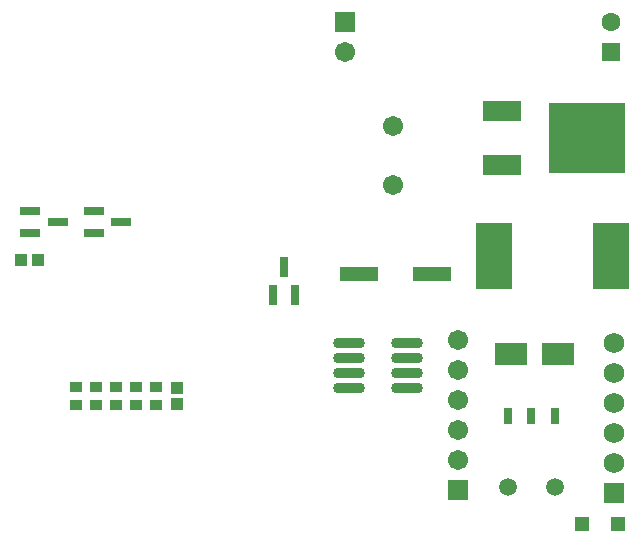
<source format=gts>
G04 Layer_Color=8388736*
%FSLAX44Y44*%
%MOMM*%
G71*
G01*
G75*
%ADD34R,1.0032X1.1032*%
%ADD35R,1.6532X0.8032*%
%ADD36R,1.1032X1.0032*%
%ADD37R,3.3032X1.3032*%
%ADD38R,1.1032X0.9032*%
%ADD39R,3.1032X5.6032*%
%ADD40O,2.7032X0.9032*%
%ADD41R,2.7032X1.9032*%
%ADD42R,3.2032X1.8032*%
%ADD43R,6.4032X6.0032*%
%ADD44R,1.2032X1.3032*%
%ADD45R,0.8032X1.6532*%
%ADD46R,0.7032X1.4032*%
%ADD47C,1.7032*%
%ADD48C,1.7532*%
%ADD49R,1.7532X1.7532*%
%ADD50R,1.7032X1.7032*%
%ADD51C,1.6032*%
%ADD52R,1.6032X1.6032*%
%ADD53C,1.5032*%
D34*
X-254460Y-222820D02*
D03*
X-240460D02*
D03*
D35*
X-193130Y-181740D02*
D03*
Y-200740D02*
D03*
X-169630Y-191240D02*
D03*
X-247210Y-181740D02*
D03*
Y-200740D02*
D03*
X-223710Y-191240D02*
D03*
D36*
X-122900Y-345240D02*
D03*
Y-331240D02*
D03*
D37*
X93500Y-235000D02*
D03*
X31500D02*
D03*
D38*
X-208300Y-345740D02*
D03*
Y-330740D02*
D03*
X-157060Y-345740D02*
D03*
Y-330740D02*
D03*
X-139980Y-345740D02*
D03*
Y-330740D02*
D03*
X-174140Y-345740D02*
D03*
Y-330740D02*
D03*
X-191220Y-345740D02*
D03*
Y-330740D02*
D03*
D39*
X145500Y-220000D02*
D03*
X244500D02*
D03*
D40*
X72000Y-331550D02*
D03*
Y-318850D02*
D03*
Y-306150D02*
D03*
Y-293450D02*
D03*
X23000Y-331550D02*
D03*
Y-318850D02*
D03*
Y-306150D02*
D03*
Y-293450D02*
D03*
D41*
X160000Y-302500D02*
D03*
X200000D02*
D03*
D42*
X152500Y-96780D02*
D03*
Y-142500D02*
D03*
D43*
X224300Y-119640D02*
D03*
D44*
X250930Y-446990D02*
D03*
X219930D02*
D03*
D45*
X-41500Y-252500D02*
D03*
X-22500D02*
D03*
X-32000Y-229000D02*
D03*
D46*
X197500Y-355000D02*
D03*
X177500D02*
D03*
X157500D02*
D03*
D47*
X60000Y-160000D02*
D03*
Y-110000D02*
D03*
X115000Y-392900D02*
D03*
Y-367500D02*
D03*
Y-342100D02*
D03*
Y-316700D02*
D03*
Y-291300D02*
D03*
X20000Y-47500D02*
D03*
D48*
X247500Y-293400D02*
D03*
Y-318800D02*
D03*
Y-344200D02*
D03*
Y-369600D02*
D03*
Y-395000D02*
D03*
D49*
Y-420400D02*
D03*
D50*
X115000Y-418300D02*
D03*
X20000Y-22100D02*
D03*
D51*
X245000Y-22100D02*
D03*
D52*
Y-47500D02*
D03*
D53*
X197500Y-415000D02*
D03*
X157500D02*
D03*
M02*

</source>
